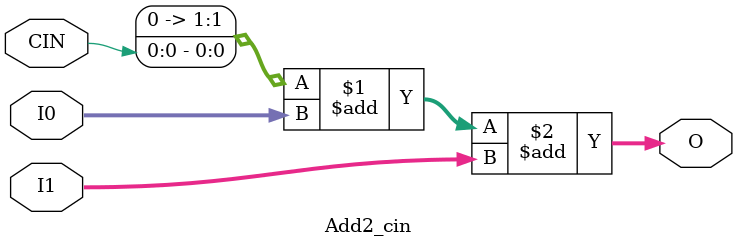
<source format=v>
module Add2_cin (
    input [1:0] I0,
    input [1:0] I1,
    output [1:0] O,
    input CIN
);
assign O = (({1'b0,CIN}) + I0) + I1;
endmodule


</source>
